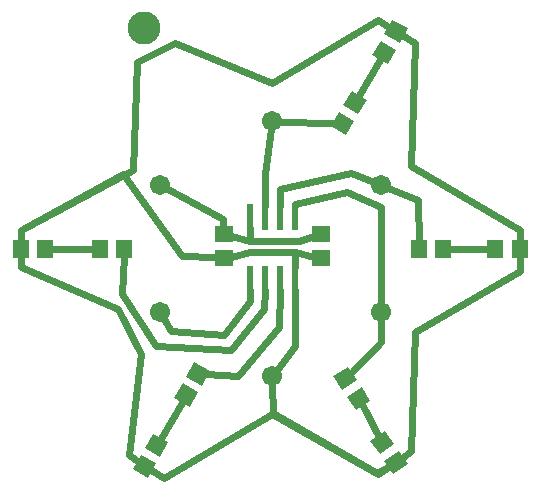
<source format=gtl>
G04 MADE WITH FRITZING*
G04 WWW.FRITZING.ORG*
G04 DOUBLE SIDED*
G04 HOLES PLATED*
G04 CONTOUR ON CENTER OF CONTOUR VECTOR*
%ASAXBY*%
%FSLAX23Y23*%
%MOIN*%
%OFA0B0*%
%SFA1.0B1.0*%
%ADD10C,0.067559*%
%ADD11C,0.110236*%
%ADD12R,0.059055X0.055118*%
%ADD13R,0.024000X0.087000*%
%ADD14R,0.055118X0.059055*%
%ADD15C,0.024000*%
%LNCOPPER1*%
G90*
G70*
G54D10*
X602Y629D03*
X602Y1054D03*
X977Y1266D03*
X1340Y1054D03*
X1340Y629D03*
X977Y416D03*
G54D11*
X549Y1578D03*
G54D12*
X1140Y891D03*
X1140Y810D03*
X815Y891D03*
X815Y810D03*
G54D13*
X902Y741D03*
X952Y741D03*
X1002Y741D03*
X1052Y741D03*
X1052Y947D03*
X1002Y947D03*
X952Y947D03*
X902Y947D03*
G54D14*
X402Y841D03*
X483Y841D03*
X1545Y841D03*
X1465Y841D03*
X140Y841D03*
X220Y841D03*
X1802Y841D03*
X1721Y841D03*
G54D15*
X1052Y829D02*
X1052Y779D01*
D02*
X1116Y815D02*
X1052Y829D01*
D02*
X902Y866D02*
X902Y909D01*
D02*
X1065Y866D02*
X902Y866D01*
D02*
X1116Y883D02*
X1065Y866D01*
D02*
X902Y866D02*
X839Y884D01*
D02*
X902Y909D02*
X902Y866D01*
D02*
X1052Y829D02*
X1052Y779D01*
D02*
X902Y829D02*
X1052Y829D01*
D02*
X839Y815D02*
X902Y829D01*
D02*
X1699Y841D02*
X1567Y841D01*
D02*
X1334Y215D02*
X1275Y322D01*
D02*
X603Y205D02*
X679Y335D01*
D02*
X242Y841D02*
X380Y841D01*
D02*
X1339Y1477D02*
X1264Y1347D01*
D02*
X1802Y903D02*
X1439Y1116D01*
D02*
X1452Y1528D02*
X1410Y1554D01*
D02*
X1439Y1116D02*
X1452Y1528D01*
D02*
X1802Y865D02*
X1802Y903D01*
D02*
X1802Y766D02*
X1802Y817D01*
D02*
X1452Y565D02*
X1802Y766D01*
D02*
X1439Y166D02*
X1452Y565D01*
D02*
X1409Y143D02*
X1439Y166D01*
D02*
X1328Y91D02*
X1369Y116D01*
D02*
X977Y291D02*
X1328Y91D01*
D02*
X615Y78D02*
X977Y291D01*
D02*
X573Y104D02*
X615Y78D01*
D02*
X539Y491D02*
X501Y153D01*
D02*
X501Y153D02*
X533Y130D01*
D02*
X464Y641D02*
X539Y491D01*
D02*
X140Y779D02*
X464Y641D01*
D02*
X140Y817D02*
X140Y779D01*
D02*
X526Y1465D02*
X653Y1528D01*
D02*
X653Y1528D02*
X977Y1392D01*
D02*
X514Y1104D02*
X526Y1465D01*
D02*
X977Y1392D02*
X1328Y1603D01*
D02*
X139Y903D02*
X514Y1104D01*
D02*
X1328Y1603D02*
X1369Y1578D01*
D02*
X140Y865D02*
X139Y903D01*
D02*
X1340Y529D02*
X1340Y604D01*
D02*
X1238Y426D02*
X1340Y529D01*
D02*
X1464Y1003D02*
X1363Y1044D01*
D02*
X1465Y865D02*
X1464Y1003D01*
D02*
X1053Y517D02*
X1052Y703D01*
D02*
X992Y436D02*
X1053Y517D01*
D02*
X864Y416D02*
X756Y422D01*
D02*
X1001Y579D02*
X864Y416D01*
D02*
X1002Y703D02*
X1001Y579D01*
D02*
X477Y691D02*
X482Y817D01*
D02*
X840Y503D02*
X589Y516D01*
D02*
X951Y641D02*
X840Y503D01*
D02*
X589Y516D02*
X477Y691D01*
D02*
X952Y703D02*
X951Y641D01*
D02*
X640Y566D02*
X615Y607D01*
D02*
X815Y554D02*
X640Y566D01*
D02*
X903Y666D02*
X815Y554D01*
D02*
X903Y703D02*
X903Y666D01*
D02*
X952Y1091D02*
X974Y1241D01*
D02*
X952Y985D02*
X952Y1091D01*
D02*
X1002Y1265D02*
X1184Y1260D01*
D02*
X1240Y1092D02*
X1316Y1063D01*
D02*
X1002Y1041D02*
X1240Y1092D01*
D02*
X1002Y985D02*
X1002Y1041D01*
D02*
X1227Y1029D02*
X1340Y979D01*
D02*
X1340Y979D02*
X1340Y653D01*
D02*
X1052Y991D02*
X1227Y1029D01*
D02*
X1052Y985D02*
X1052Y991D01*
D02*
X814Y941D02*
X814Y913D01*
D02*
X624Y1042D02*
X814Y941D01*
D02*
X978Y292D02*
X977Y391D01*
D02*
X1327Y92D02*
X978Y292D01*
D02*
X1369Y116D02*
X1327Y92D01*
D02*
X478Y1090D02*
X676Y817D01*
D02*
X141Y903D02*
X478Y1090D01*
D02*
X676Y817D02*
X791Y812D01*
D02*
X140Y865D02*
X141Y903D01*
G36*
X678Y392D02*
X729Y363D01*
X702Y315D01*
X650Y344D01*
X678Y392D01*
G37*
D02*
G36*
X717Y462D02*
X769Y433D01*
X742Y385D01*
X690Y414D01*
X717Y462D01*
G37*
D02*
G36*
X1264Y1289D02*
X1214Y1320D01*
X1242Y1367D01*
X1293Y1336D01*
X1264Y1289D01*
G37*
D02*
G36*
X1222Y1220D02*
X1172Y1251D01*
X1200Y1298D01*
X1251Y1267D01*
X1222Y1220D01*
G37*
D02*
G36*
X1225Y348D02*
X1275Y380D01*
X1304Y334D01*
X1255Y302D01*
X1225Y348D01*
G37*
D02*
G36*
X1181Y416D02*
X1231Y448D01*
X1261Y402D01*
X1211Y370D01*
X1181Y416D01*
G37*
D02*
G36*
X540Y155D02*
X591Y126D01*
X564Y78D01*
X513Y106D01*
X540Y155D01*
G37*
D02*
G36*
X579Y225D02*
X631Y196D01*
X604Y148D01*
X552Y177D01*
X579Y225D01*
G37*
D02*
G36*
X1402Y1528D02*
X1350Y1556D01*
X1377Y1605D01*
X1429Y1576D01*
X1402Y1528D01*
G37*
D02*
G36*
X1363Y1457D02*
X1311Y1486D01*
X1338Y1534D01*
X1390Y1505D01*
X1363Y1457D01*
G37*
D02*
G36*
X1350Y135D02*
X1399Y168D01*
X1430Y122D01*
X1381Y89D01*
X1350Y135D01*
G37*
D02*
G36*
X1304Y201D02*
X1353Y235D01*
X1384Y189D01*
X1335Y156D01*
X1304Y201D01*
G37*
D02*
G04 End of Copper1*
M02*
</source>
